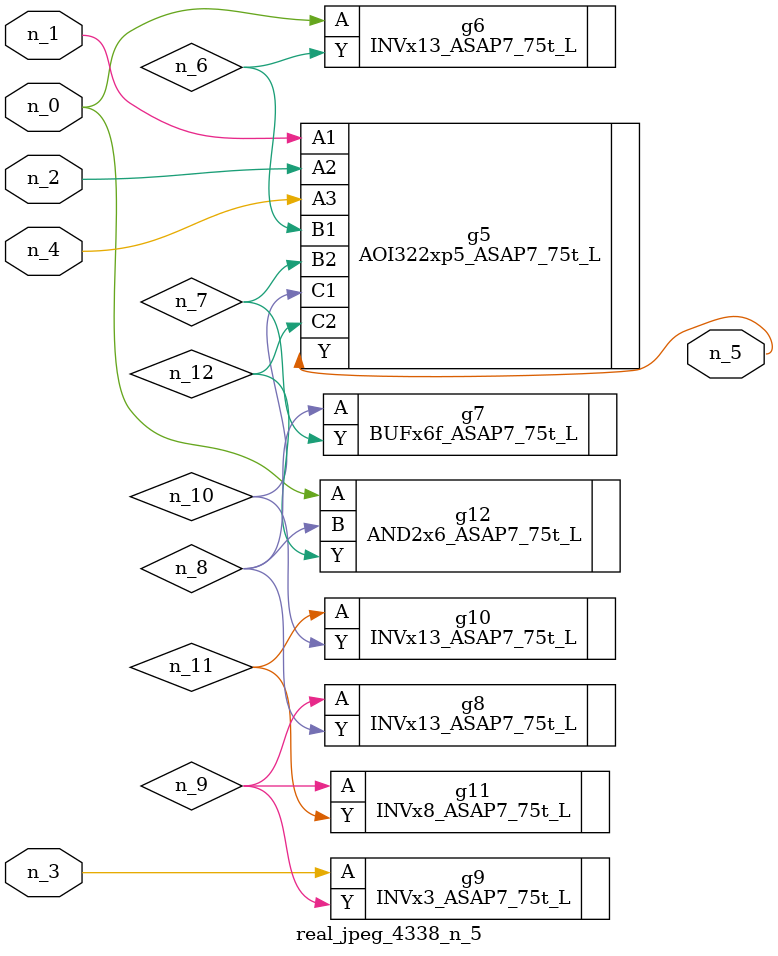
<source format=v>
module real_jpeg_4338_n_5 (n_4, n_0, n_1, n_2, n_3, n_5);

input n_4;
input n_0;
input n_1;
input n_2;
input n_3;

output n_5;

wire n_12;
wire n_8;
wire n_11;
wire n_6;
wire n_7;
wire n_10;
wire n_9;

INVx13_ASAP7_75t_L g6 ( 
.A(n_0),
.Y(n_6)
);

AND2x6_ASAP7_75t_L g12 ( 
.A(n_0),
.B(n_8),
.Y(n_12)
);

AOI322xp5_ASAP7_75t_L g5 ( 
.A1(n_1),
.A2(n_2),
.A3(n_4),
.B1(n_6),
.B2(n_7),
.C1(n_10),
.C2(n_12),
.Y(n_5)
);

INVx3_ASAP7_75t_L g9 ( 
.A(n_3),
.Y(n_9)
);

BUFx6f_ASAP7_75t_L g7 ( 
.A(n_8),
.Y(n_7)
);

INVx13_ASAP7_75t_L g8 ( 
.A(n_9),
.Y(n_8)
);

INVx8_ASAP7_75t_L g11 ( 
.A(n_9),
.Y(n_11)
);

INVx13_ASAP7_75t_L g10 ( 
.A(n_11),
.Y(n_10)
);


endmodule
</source>
